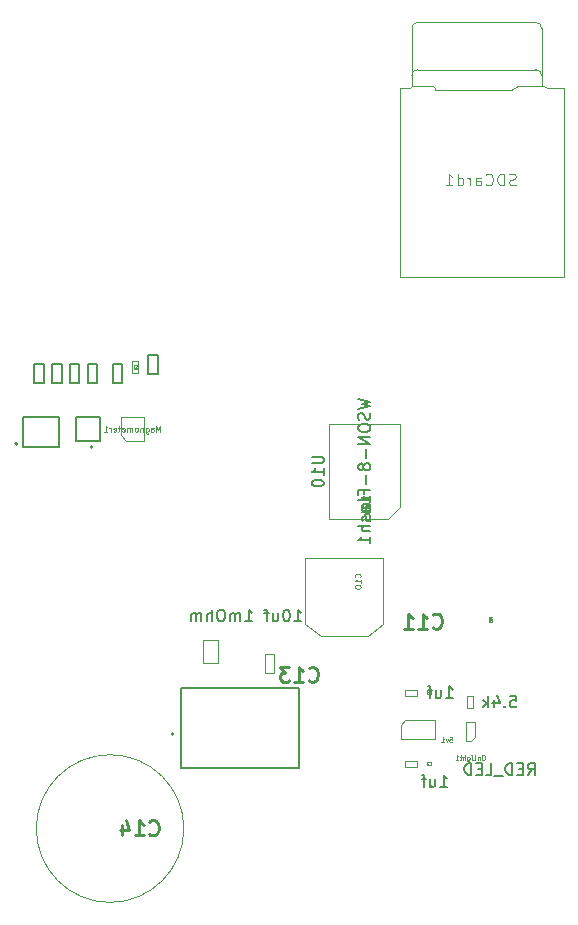
<source format=gbr>
G04 #@! TF.GenerationSoftware,KiCad,Pcbnew,9.0.3*
G04 #@! TF.CreationDate,2025-12-20T12:13:59-05:00*
G04 #@! TF.ProjectId,Experimental,45787065-7269-46d6-956e-74616c2e6b69,rev?*
G04 #@! TF.SameCoordinates,Original*
G04 #@! TF.FileFunction,AssemblyDrawing,Bot*
%FSLAX46Y46*%
G04 Gerber Fmt 4.6, Leading zero omitted, Abs format (unit mm)*
G04 Created by KiCad (PCBNEW 9.0.3) date 2025-12-20 12:13:59*
%MOMM*%
%LPD*%
G01*
G04 APERTURE LIST*
%ADD10C,0.254000*%
%ADD11C,0.150000*%
%ADD12C,0.040000*%
%ADD13C,0.080000*%
%ADD14C,0.100000*%
%ADD15C,0.060000*%
%ADD16C,0.075000*%
%ADD17C,0.127000*%
%ADD18C,0.200000*%
G04 APERTURE END LIST*
D10*
X111816428Y-114953365D02*
X111876904Y-115013842D01*
X111876904Y-115013842D02*
X112058333Y-115074318D01*
X112058333Y-115074318D02*
X112179285Y-115074318D01*
X112179285Y-115074318D02*
X112360714Y-115013842D01*
X112360714Y-115013842D02*
X112481666Y-114892889D01*
X112481666Y-114892889D02*
X112542143Y-114771937D01*
X112542143Y-114771937D02*
X112602619Y-114530032D01*
X112602619Y-114530032D02*
X112602619Y-114348603D01*
X112602619Y-114348603D02*
X112542143Y-114106699D01*
X112542143Y-114106699D02*
X112481666Y-113985746D01*
X112481666Y-113985746D02*
X112360714Y-113864794D01*
X112360714Y-113864794D02*
X112179285Y-113804318D01*
X112179285Y-113804318D02*
X112058333Y-113804318D01*
X112058333Y-113804318D02*
X111876904Y-113864794D01*
X111876904Y-113864794D02*
X111816428Y-113925270D01*
X110606904Y-115074318D02*
X111332619Y-115074318D01*
X110969762Y-115074318D02*
X110969762Y-113804318D01*
X110969762Y-113804318D02*
X111090714Y-113985746D01*
X111090714Y-113985746D02*
X111211666Y-114106699D01*
X111211666Y-114106699D02*
X111332619Y-114167175D01*
X109518333Y-114227651D02*
X109518333Y-115074318D01*
X109820714Y-113743842D02*
X110123095Y-114650984D01*
X110123095Y-114650984D02*
X109336904Y-114650984D01*
D11*
X136952381Y-103454819D02*
X137523809Y-103454819D01*
X137238095Y-103454819D02*
X137238095Y-102454819D01*
X137238095Y-102454819D02*
X137333333Y-102597676D01*
X137333333Y-102597676D02*
X137428571Y-102692914D01*
X137428571Y-102692914D02*
X137523809Y-102740533D01*
X136095238Y-102788152D02*
X136095238Y-103454819D01*
X136523809Y-102788152D02*
X136523809Y-103311961D01*
X136523809Y-103311961D02*
X136476190Y-103407200D01*
X136476190Y-103407200D02*
X136380952Y-103454819D01*
X136380952Y-103454819D02*
X136238095Y-103454819D01*
X136238095Y-103454819D02*
X136142857Y-103407200D01*
X136142857Y-103407200D02*
X136095238Y-103359580D01*
X135761904Y-102788152D02*
X135380952Y-102788152D01*
X135619047Y-103454819D02*
X135619047Y-102597676D01*
X135619047Y-102597676D02*
X135571428Y-102502438D01*
X135571428Y-102502438D02*
X135476190Y-102454819D01*
X135476190Y-102454819D02*
X135380952Y-102454819D01*
D12*
X135541666Y-103089765D02*
X135553570Y-103101670D01*
X135553570Y-103101670D02*
X135589285Y-103113574D01*
X135589285Y-103113574D02*
X135613094Y-103113574D01*
X135613094Y-103113574D02*
X135648808Y-103101670D01*
X135648808Y-103101670D02*
X135672618Y-103077860D01*
X135672618Y-103077860D02*
X135684523Y-103054050D01*
X135684523Y-103054050D02*
X135696427Y-103006431D01*
X135696427Y-103006431D02*
X135696427Y-102970717D01*
X135696427Y-102970717D02*
X135684523Y-102923098D01*
X135684523Y-102923098D02*
X135672618Y-102899289D01*
X135672618Y-102899289D02*
X135648808Y-102875479D01*
X135648808Y-102875479D02*
X135613094Y-102863574D01*
X135613094Y-102863574D02*
X135589285Y-102863574D01*
X135589285Y-102863574D02*
X135553570Y-102875479D01*
X135553570Y-102875479D02*
X135541666Y-102887384D01*
X135303570Y-103113574D02*
X135446427Y-103113574D01*
X135374999Y-103113574D02*
X135374999Y-102863574D01*
X135374999Y-102863574D02*
X135398808Y-102899289D01*
X135398808Y-102899289D02*
X135422618Y-102923098D01*
X135422618Y-102923098D02*
X135446427Y-102935003D01*
X110728165Y-75388333D02*
X110740070Y-75376429D01*
X110740070Y-75376429D02*
X110751974Y-75340714D01*
X110751974Y-75340714D02*
X110751974Y-75316905D01*
X110751974Y-75316905D02*
X110740070Y-75281191D01*
X110740070Y-75281191D02*
X110716260Y-75257381D01*
X110716260Y-75257381D02*
X110692450Y-75245476D01*
X110692450Y-75245476D02*
X110644831Y-75233572D01*
X110644831Y-75233572D02*
X110609117Y-75233572D01*
X110609117Y-75233572D02*
X110561498Y-75245476D01*
X110561498Y-75245476D02*
X110537689Y-75257381D01*
X110537689Y-75257381D02*
X110513879Y-75281191D01*
X110513879Y-75281191D02*
X110501974Y-75316905D01*
X110501974Y-75316905D02*
X110501974Y-75340714D01*
X110501974Y-75340714D02*
X110513879Y-75376429D01*
X110513879Y-75376429D02*
X110525784Y-75388333D01*
X110501974Y-75602619D02*
X110501974Y-75555000D01*
X110501974Y-75555000D02*
X110513879Y-75531191D01*
X110513879Y-75531191D02*
X110525784Y-75519286D01*
X110525784Y-75519286D02*
X110561498Y-75495476D01*
X110561498Y-75495476D02*
X110609117Y-75483572D01*
X110609117Y-75483572D02*
X110704355Y-75483572D01*
X110704355Y-75483572D02*
X110728165Y-75495476D01*
X110728165Y-75495476D02*
X110740070Y-75507381D01*
X110740070Y-75507381D02*
X110751974Y-75531191D01*
X110751974Y-75531191D02*
X110751974Y-75578810D01*
X110751974Y-75578810D02*
X110740070Y-75602619D01*
X110740070Y-75602619D02*
X110728165Y-75614524D01*
X110728165Y-75614524D02*
X110704355Y-75626429D01*
X110704355Y-75626429D02*
X110644831Y-75626429D01*
X110644831Y-75626429D02*
X110621022Y-75614524D01*
X110621022Y-75614524D02*
X110609117Y-75602619D01*
X110609117Y-75602619D02*
X110597212Y-75578810D01*
X110597212Y-75578810D02*
X110597212Y-75531191D01*
X110597212Y-75531191D02*
X110609117Y-75507381D01*
X110609117Y-75507381D02*
X110621022Y-75495476D01*
X110621022Y-75495476D02*
X110644831Y-75483572D01*
D11*
X124095238Y-96954819D02*
X124666666Y-96954819D01*
X124380952Y-96954819D02*
X124380952Y-95954819D01*
X124380952Y-95954819D02*
X124476190Y-96097676D01*
X124476190Y-96097676D02*
X124571428Y-96192914D01*
X124571428Y-96192914D02*
X124666666Y-96240533D01*
X123476190Y-95954819D02*
X123380952Y-95954819D01*
X123380952Y-95954819D02*
X123285714Y-96002438D01*
X123285714Y-96002438D02*
X123238095Y-96050057D01*
X123238095Y-96050057D02*
X123190476Y-96145295D01*
X123190476Y-96145295D02*
X123142857Y-96335771D01*
X123142857Y-96335771D02*
X123142857Y-96573866D01*
X123142857Y-96573866D02*
X123190476Y-96764342D01*
X123190476Y-96764342D02*
X123238095Y-96859580D01*
X123238095Y-96859580D02*
X123285714Y-96907200D01*
X123285714Y-96907200D02*
X123380952Y-96954819D01*
X123380952Y-96954819D02*
X123476190Y-96954819D01*
X123476190Y-96954819D02*
X123571428Y-96907200D01*
X123571428Y-96907200D02*
X123619047Y-96859580D01*
X123619047Y-96859580D02*
X123666666Y-96764342D01*
X123666666Y-96764342D02*
X123714285Y-96573866D01*
X123714285Y-96573866D02*
X123714285Y-96335771D01*
X123714285Y-96335771D02*
X123666666Y-96145295D01*
X123666666Y-96145295D02*
X123619047Y-96050057D01*
X123619047Y-96050057D02*
X123571428Y-96002438D01*
X123571428Y-96002438D02*
X123476190Y-95954819D01*
X122285714Y-96288152D02*
X122285714Y-96954819D01*
X122714285Y-96288152D02*
X122714285Y-96811961D01*
X122714285Y-96811961D02*
X122666666Y-96907200D01*
X122666666Y-96907200D02*
X122571428Y-96954819D01*
X122571428Y-96954819D02*
X122428571Y-96954819D01*
X122428571Y-96954819D02*
X122333333Y-96907200D01*
X122333333Y-96907200D02*
X122285714Y-96859580D01*
X121952380Y-96288152D02*
X121571428Y-96288152D01*
X121809523Y-96954819D02*
X121809523Y-96097676D01*
X121809523Y-96097676D02*
X121761904Y-96002438D01*
X121761904Y-96002438D02*
X121666666Y-95954819D01*
X121666666Y-95954819D02*
X121571428Y-95954819D01*
X119952380Y-96954819D02*
X120523808Y-96954819D01*
X120238094Y-96954819D02*
X120238094Y-95954819D01*
X120238094Y-95954819D02*
X120333332Y-96097676D01*
X120333332Y-96097676D02*
X120428570Y-96192914D01*
X120428570Y-96192914D02*
X120523808Y-96240533D01*
X119523808Y-96954819D02*
X119523808Y-96288152D01*
X119523808Y-96383390D02*
X119476189Y-96335771D01*
X119476189Y-96335771D02*
X119380951Y-96288152D01*
X119380951Y-96288152D02*
X119238094Y-96288152D01*
X119238094Y-96288152D02*
X119142856Y-96335771D01*
X119142856Y-96335771D02*
X119095237Y-96431009D01*
X119095237Y-96431009D02*
X119095237Y-96954819D01*
X119095237Y-96431009D02*
X119047618Y-96335771D01*
X119047618Y-96335771D02*
X118952380Y-96288152D01*
X118952380Y-96288152D02*
X118809523Y-96288152D01*
X118809523Y-96288152D02*
X118714284Y-96335771D01*
X118714284Y-96335771D02*
X118666665Y-96431009D01*
X118666665Y-96431009D02*
X118666665Y-96954819D01*
X117999999Y-95954819D02*
X117809523Y-95954819D01*
X117809523Y-95954819D02*
X117714285Y-96002438D01*
X117714285Y-96002438D02*
X117619047Y-96097676D01*
X117619047Y-96097676D02*
X117571428Y-96288152D01*
X117571428Y-96288152D02*
X117571428Y-96621485D01*
X117571428Y-96621485D02*
X117619047Y-96811961D01*
X117619047Y-96811961D02*
X117714285Y-96907200D01*
X117714285Y-96907200D02*
X117809523Y-96954819D01*
X117809523Y-96954819D02*
X117999999Y-96954819D01*
X117999999Y-96954819D02*
X118095237Y-96907200D01*
X118095237Y-96907200D02*
X118190475Y-96811961D01*
X118190475Y-96811961D02*
X118238094Y-96621485D01*
X118238094Y-96621485D02*
X118238094Y-96288152D01*
X118238094Y-96288152D02*
X118190475Y-96097676D01*
X118190475Y-96097676D02*
X118095237Y-96002438D01*
X118095237Y-96002438D02*
X117999999Y-95954819D01*
X117142856Y-96954819D02*
X117142856Y-95954819D01*
X116714285Y-96954819D02*
X116714285Y-96431009D01*
X116714285Y-96431009D02*
X116761904Y-96335771D01*
X116761904Y-96335771D02*
X116857142Y-96288152D01*
X116857142Y-96288152D02*
X116999999Y-96288152D01*
X116999999Y-96288152D02*
X117095237Y-96335771D01*
X117095237Y-96335771D02*
X117142856Y-96383390D01*
X116238094Y-96954819D02*
X116238094Y-96288152D01*
X116238094Y-96383390D02*
X116190475Y-96335771D01*
X116190475Y-96335771D02*
X116095237Y-96288152D01*
X116095237Y-96288152D02*
X115952380Y-96288152D01*
X115952380Y-96288152D02*
X115857142Y-96335771D01*
X115857142Y-96335771D02*
X115809523Y-96431009D01*
X115809523Y-96431009D02*
X115809523Y-96954819D01*
X115809523Y-96431009D02*
X115761904Y-96335771D01*
X115761904Y-96335771D02*
X115666666Y-96288152D01*
X115666666Y-96288152D02*
X115523809Y-96288152D01*
X115523809Y-96288152D02*
X115428570Y-96335771D01*
X115428570Y-96335771D02*
X115380951Y-96431009D01*
X115380951Y-96431009D02*
X115380951Y-96954819D01*
D13*
X129679530Y-93228571D02*
X129703340Y-93204762D01*
X129703340Y-93204762D02*
X129727149Y-93133333D01*
X129727149Y-93133333D02*
X129727149Y-93085714D01*
X129727149Y-93085714D02*
X129703340Y-93014286D01*
X129703340Y-93014286D02*
X129655720Y-92966667D01*
X129655720Y-92966667D02*
X129608101Y-92942857D01*
X129608101Y-92942857D02*
X129512863Y-92919048D01*
X129512863Y-92919048D02*
X129441435Y-92919048D01*
X129441435Y-92919048D02*
X129346197Y-92942857D01*
X129346197Y-92942857D02*
X129298578Y-92966667D01*
X129298578Y-92966667D02*
X129250959Y-93014286D01*
X129250959Y-93014286D02*
X129227149Y-93085714D01*
X129227149Y-93085714D02*
X129227149Y-93133333D01*
X129227149Y-93133333D02*
X129250959Y-93204762D01*
X129250959Y-93204762D02*
X129274768Y-93228571D01*
X129727149Y-93704762D02*
X129727149Y-93419048D01*
X129727149Y-93561905D02*
X129227149Y-93561905D01*
X129227149Y-93561905D02*
X129298578Y-93514286D01*
X129298578Y-93514286D02*
X129346197Y-93466667D01*
X129346197Y-93466667D02*
X129370006Y-93419048D01*
X129227149Y-94014285D02*
X129227149Y-94061904D01*
X129227149Y-94061904D02*
X129250959Y-94109523D01*
X129250959Y-94109523D02*
X129274768Y-94133333D01*
X129274768Y-94133333D02*
X129322387Y-94157142D01*
X129322387Y-94157142D02*
X129417625Y-94180952D01*
X129417625Y-94180952D02*
X129536673Y-94180952D01*
X129536673Y-94180952D02*
X129631911Y-94157142D01*
X129631911Y-94157142D02*
X129679530Y-94133333D01*
X129679530Y-94133333D02*
X129703340Y-94109523D01*
X129703340Y-94109523D02*
X129727149Y-94061904D01*
X129727149Y-94061904D02*
X129727149Y-94014285D01*
X129727149Y-94014285D02*
X129703340Y-93966666D01*
X129703340Y-93966666D02*
X129679530Y-93942857D01*
X129679530Y-93942857D02*
X129631911Y-93919047D01*
X129631911Y-93919047D02*
X129536673Y-93895238D01*
X129536673Y-93895238D02*
X129417625Y-93895238D01*
X129417625Y-93895238D02*
X129322387Y-93919047D01*
X129322387Y-93919047D02*
X129274768Y-93942857D01*
X129274768Y-93942857D02*
X129250959Y-93966666D01*
X129250959Y-93966666D02*
X129227149Y-94014285D01*
D14*
X142871190Y-59999800D02*
X142728333Y-60047419D01*
X142728333Y-60047419D02*
X142490238Y-60047419D01*
X142490238Y-60047419D02*
X142395000Y-59999800D01*
X142395000Y-59999800D02*
X142347381Y-59952180D01*
X142347381Y-59952180D02*
X142299762Y-59856942D01*
X142299762Y-59856942D02*
X142299762Y-59761704D01*
X142299762Y-59761704D02*
X142347381Y-59666466D01*
X142347381Y-59666466D02*
X142395000Y-59618847D01*
X142395000Y-59618847D02*
X142490238Y-59571228D01*
X142490238Y-59571228D02*
X142680714Y-59523609D01*
X142680714Y-59523609D02*
X142775952Y-59475990D01*
X142775952Y-59475990D02*
X142823571Y-59428371D01*
X142823571Y-59428371D02*
X142871190Y-59333133D01*
X142871190Y-59333133D02*
X142871190Y-59237895D01*
X142871190Y-59237895D02*
X142823571Y-59142657D01*
X142823571Y-59142657D02*
X142775952Y-59095038D01*
X142775952Y-59095038D02*
X142680714Y-59047419D01*
X142680714Y-59047419D02*
X142442619Y-59047419D01*
X142442619Y-59047419D02*
X142299762Y-59095038D01*
X141871190Y-60047419D02*
X141871190Y-59047419D01*
X141871190Y-59047419D02*
X141633095Y-59047419D01*
X141633095Y-59047419D02*
X141490238Y-59095038D01*
X141490238Y-59095038D02*
X141395000Y-59190276D01*
X141395000Y-59190276D02*
X141347381Y-59285514D01*
X141347381Y-59285514D02*
X141299762Y-59475990D01*
X141299762Y-59475990D02*
X141299762Y-59618847D01*
X141299762Y-59618847D02*
X141347381Y-59809323D01*
X141347381Y-59809323D02*
X141395000Y-59904561D01*
X141395000Y-59904561D02*
X141490238Y-59999800D01*
X141490238Y-59999800D02*
X141633095Y-60047419D01*
X141633095Y-60047419D02*
X141871190Y-60047419D01*
X140299762Y-59952180D02*
X140347381Y-59999800D01*
X140347381Y-59999800D02*
X140490238Y-60047419D01*
X140490238Y-60047419D02*
X140585476Y-60047419D01*
X140585476Y-60047419D02*
X140728333Y-59999800D01*
X140728333Y-59999800D02*
X140823571Y-59904561D01*
X140823571Y-59904561D02*
X140871190Y-59809323D01*
X140871190Y-59809323D02*
X140918809Y-59618847D01*
X140918809Y-59618847D02*
X140918809Y-59475990D01*
X140918809Y-59475990D02*
X140871190Y-59285514D01*
X140871190Y-59285514D02*
X140823571Y-59190276D01*
X140823571Y-59190276D02*
X140728333Y-59095038D01*
X140728333Y-59095038D02*
X140585476Y-59047419D01*
X140585476Y-59047419D02*
X140490238Y-59047419D01*
X140490238Y-59047419D02*
X140347381Y-59095038D01*
X140347381Y-59095038D02*
X140299762Y-59142657D01*
X139442619Y-60047419D02*
X139442619Y-59523609D01*
X139442619Y-59523609D02*
X139490238Y-59428371D01*
X139490238Y-59428371D02*
X139585476Y-59380752D01*
X139585476Y-59380752D02*
X139775952Y-59380752D01*
X139775952Y-59380752D02*
X139871190Y-59428371D01*
X139442619Y-59999800D02*
X139537857Y-60047419D01*
X139537857Y-60047419D02*
X139775952Y-60047419D01*
X139775952Y-60047419D02*
X139871190Y-59999800D01*
X139871190Y-59999800D02*
X139918809Y-59904561D01*
X139918809Y-59904561D02*
X139918809Y-59809323D01*
X139918809Y-59809323D02*
X139871190Y-59714085D01*
X139871190Y-59714085D02*
X139775952Y-59666466D01*
X139775952Y-59666466D02*
X139537857Y-59666466D01*
X139537857Y-59666466D02*
X139442619Y-59618847D01*
X138966428Y-60047419D02*
X138966428Y-59380752D01*
X138966428Y-59571228D02*
X138918809Y-59475990D01*
X138918809Y-59475990D02*
X138871190Y-59428371D01*
X138871190Y-59428371D02*
X138775952Y-59380752D01*
X138775952Y-59380752D02*
X138680714Y-59380752D01*
X137918809Y-60047419D02*
X137918809Y-59047419D01*
X137918809Y-59999800D02*
X138014047Y-60047419D01*
X138014047Y-60047419D02*
X138204523Y-60047419D01*
X138204523Y-60047419D02*
X138299761Y-59999800D01*
X138299761Y-59999800D02*
X138347380Y-59952180D01*
X138347380Y-59952180D02*
X138394999Y-59856942D01*
X138394999Y-59856942D02*
X138394999Y-59571228D01*
X138394999Y-59571228D02*
X138347380Y-59475990D01*
X138347380Y-59475990D02*
X138299761Y-59428371D01*
X138299761Y-59428371D02*
X138204523Y-59380752D01*
X138204523Y-59380752D02*
X138014047Y-59380752D01*
X138014047Y-59380752D02*
X137918809Y-59428371D01*
X136918809Y-60047419D02*
X137490237Y-60047419D01*
X137204523Y-60047419D02*
X137204523Y-59047419D01*
X137204523Y-59047419D02*
X137299761Y-59190276D01*
X137299761Y-59190276D02*
X137394999Y-59285514D01*
X137394999Y-59285514D02*
X137490237Y-59333133D01*
D15*
X137247618Y-106781927D02*
X137438094Y-106781927D01*
X137438094Y-106781927D02*
X137457142Y-106972403D01*
X137457142Y-106972403D02*
X137438094Y-106953356D01*
X137438094Y-106953356D02*
X137399999Y-106934308D01*
X137399999Y-106934308D02*
X137304761Y-106934308D01*
X137304761Y-106934308D02*
X137266666Y-106953356D01*
X137266666Y-106953356D02*
X137247618Y-106972403D01*
X137247618Y-106972403D02*
X137228571Y-107010499D01*
X137228571Y-107010499D02*
X137228571Y-107105737D01*
X137228571Y-107105737D02*
X137247618Y-107143832D01*
X137247618Y-107143832D02*
X137266666Y-107162880D01*
X137266666Y-107162880D02*
X137304761Y-107181927D01*
X137304761Y-107181927D02*
X137399999Y-107181927D01*
X137399999Y-107181927D02*
X137438094Y-107162880D01*
X137438094Y-107162880D02*
X137457142Y-107143832D01*
X137095238Y-106915260D02*
X137000000Y-107181927D01*
X137000000Y-107181927D02*
X136904761Y-106915260D01*
X136542857Y-107181927D02*
X136771428Y-107181927D01*
X136657142Y-107181927D02*
X136657142Y-106781927D01*
X136657142Y-106781927D02*
X136695238Y-106839070D01*
X136695238Y-106839070D02*
X136733333Y-106877165D01*
X136733333Y-106877165D02*
X136771428Y-106896213D01*
D11*
X130541697Y-86721523D02*
X130541697Y-86321322D01*
X130541697Y-86521422D02*
X129841345Y-86521422D01*
X129841345Y-86521422D02*
X129941395Y-86454722D01*
X129941395Y-86454722D02*
X130008095Y-86388022D01*
X130008095Y-86388022D02*
X130041445Y-86321322D01*
X129841345Y-87155074D02*
X129841345Y-87221775D01*
X129841345Y-87221775D02*
X129874695Y-87288475D01*
X129874695Y-87288475D02*
X129908045Y-87321825D01*
X129908045Y-87321825D02*
X129974745Y-87355175D01*
X129974745Y-87355175D02*
X130108145Y-87388525D01*
X130108145Y-87388525D02*
X130274896Y-87388525D01*
X130274896Y-87388525D02*
X130408296Y-87355175D01*
X130408296Y-87355175D02*
X130474996Y-87321825D01*
X130474996Y-87321825D02*
X130508347Y-87288475D01*
X130508347Y-87288475D02*
X130541697Y-87221775D01*
X130541697Y-87221775D02*
X130541697Y-87155074D01*
X130541697Y-87155074D02*
X130508347Y-87088374D01*
X130508347Y-87088374D02*
X130474996Y-87055024D01*
X130474996Y-87055024D02*
X130408296Y-87021674D01*
X130408296Y-87021674D02*
X130274896Y-86988324D01*
X130274896Y-86988324D02*
X130108145Y-86988324D01*
X130108145Y-86988324D02*
X129974745Y-87021674D01*
X129974745Y-87021674D02*
X129908045Y-87055024D01*
X129908045Y-87055024D02*
X129874695Y-87088374D01*
X129874695Y-87088374D02*
X129841345Y-87155074D01*
X130541697Y-87688676D02*
X129841345Y-87688676D01*
X130274896Y-87755376D02*
X130541697Y-87955477D01*
X130074795Y-87955477D02*
X130341596Y-87688676D01*
X136452381Y-110954819D02*
X137023809Y-110954819D01*
X136738095Y-110954819D02*
X136738095Y-109954819D01*
X136738095Y-109954819D02*
X136833333Y-110097676D01*
X136833333Y-110097676D02*
X136928571Y-110192914D01*
X136928571Y-110192914D02*
X137023809Y-110240533D01*
X135595238Y-110288152D02*
X135595238Y-110954819D01*
X136023809Y-110288152D02*
X136023809Y-110811961D01*
X136023809Y-110811961D02*
X135976190Y-110907200D01*
X135976190Y-110907200D02*
X135880952Y-110954819D01*
X135880952Y-110954819D02*
X135738095Y-110954819D01*
X135738095Y-110954819D02*
X135642857Y-110907200D01*
X135642857Y-110907200D02*
X135595238Y-110859580D01*
X135261904Y-110288152D02*
X134880952Y-110288152D01*
X135119047Y-110954819D02*
X135119047Y-110097676D01*
X135119047Y-110097676D02*
X135071428Y-110002438D01*
X135071428Y-110002438D02*
X134976190Y-109954819D01*
X134976190Y-109954819D02*
X134880952Y-109954819D01*
D12*
X135541666Y-109089765D02*
X135553570Y-109101670D01*
X135553570Y-109101670D02*
X135589285Y-109113574D01*
X135589285Y-109113574D02*
X135613094Y-109113574D01*
X135613094Y-109113574D02*
X135648808Y-109101670D01*
X135648808Y-109101670D02*
X135672618Y-109077860D01*
X135672618Y-109077860D02*
X135684523Y-109054050D01*
X135684523Y-109054050D02*
X135696427Y-109006431D01*
X135696427Y-109006431D02*
X135696427Y-108970717D01*
X135696427Y-108970717D02*
X135684523Y-108923098D01*
X135684523Y-108923098D02*
X135672618Y-108899289D01*
X135672618Y-108899289D02*
X135648808Y-108875479D01*
X135648808Y-108875479D02*
X135613094Y-108863574D01*
X135613094Y-108863574D02*
X135589285Y-108863574D01*
X135589285Y-108863574D02*
X135553570Y-108875479D01*
X135553570Y-108875479D02*
X135541666Y-108887384D01*
X135446427Y-108887384D02*
X135434523Y-108875479D01*
X135434523Y-108875479D02*
X135410713Y-108863574D01*
X135410713Y-108863574D02*
X135351189Y-108863574D01*
X135351189Y-108863574D02*
X135327380Y-108875479D01*
X135327380Y-108875479D02*
X135315475Y-108887384D01*
X135315475Y-108887384D02*
X135303570Y-108911193D01*
X135303570Y-108911193D02*
X135303570Y-108935003D01*
X135303570Y-108935003D02*
X135315475Y-108970717D01*
X135315475Y-108970717D02*
X135458332Y-109113574D01*
X135458332Y-109113574D02*
X135303570Y-109113574D01*
D10*
X135816428Y-97453365D02*
X135876904Y-97513842D01*
X135876904Y-97513842D02*
X136058333Y-97574318D01*
X136058333Y-97574318D02*
X136179285Y-97574318D01*
X136179285Y-97574318D02*
X136360714Y-97513842D01*
X136360714Y-97513842D02*
X136481666Y-97392889D01*
X136481666Y-97392889D02*
X136542143Y-97271937D01*
X136542143Y-97271937D02*
X136602619Y-97030032D01*
X136602619Y-97030032D02*
X136602619Y-96848603D01*
X136602619Y-96848603D02*
X136542143Y-96606699D01*
X136542143Y-96606699D02*
X136481666Y-96485746D01*
X136481666Y-96485746D02*
X136360714Y-96364794D01*
X136360714Y-96364794D02*
X136179285Y-96304318D01*
X136179285Y-96304318D02*
X136058333Y-96304318D01*
X136058333Y-96304318D02*
X135876904Y-96364794D01*
X135876904Y-96364794D02*
X135816428Y-96425270D01*
X134606904Y-97574318D02*
X135332619Y-97574318D01*
X134969762Y-97574318D02*
X134969762Y-96304318D01*
X134969762Y-96304318D02*
X135090714Y-96485746D01*
X135090714Y-96485746D02*
X135211666Y-96606699D01*
X135211666Y-96606699D02*
X135332619Y-96667175D01*
X133397380Y-97574318D02*
X134123095Y-97574318D01*
X133760238Y-97574318D02*
X133760238Y-96304318D01*
X133760238Y-96304318D02*
X133881190Y-96485746D01*
X133881190Y-96485746D02*
X134002142Y-96606699D01*
X134002142Y-96606699D02*
X134123095Y-96667175D01*
D11*
X125579819Y-83011905D02*
X126389342Y-83011905D01*
X126389342Y-83011905D02*
X126484580Y-83059524D01*
X126484580Y-83059524D02*
X126532200Y-83107143D01*
X126532200Y-83107143D02*
X126579819Y-83202381D01*
X126579819Y-83202381D02*
X126579819Y-83392857D01*
X126579819Y-83392857D02*
X126532200Y-83488095D01*
X126532200Y-83488095D02*
X126484580Y-83535714D01*
X126484580Y-83535714D02*
X126389342Y-83583333D01*
X126389342Y-83583333D02*
X125579819Y-83583333D01*
X126579819Y-84583333D02*
X126579819Y-84011905D01*
X126579819Y-84297619D02*
X125579819Y-84297619D01*
X125579819Y-84297619D02*
X125722676Y-84202381D01*
X125722676Y-84202381D02*
X125817914Y-84107143D01*
X125817914Y-84107143D02*
X125865533Y-84011905D01*
X125579819Y-85202381D02*
X125579819Y-85297619D01*
X125579819Y-85297619D02*
X125627438Y-85392857D01*
X125627438Y-85392857D02*
X125675057Y-85440476D01*
X125675057Y-85440476D02*
X125770295Y-85488095D01*
X125770295Y-85488095D02*
X125960771Y-85535714D01*
X125960771Y-85535714D02*
X126198866Y-85535714D01*
X126198866Y-85535714D02*
X126389342Y-85488095D01*
X126389342Y-85488095D02*
X126484580Y-85440476D01*
X126484580Y-85440476D02*
X126532200Y-85392857D01*
X126532200Y-85392857D02*
X126579819Y-85297619D01*
X126579819Y-85297619D02*
X126579819Y-85202381D01*
X126579819Y-85202381D02*
X126532200Y-85107143D01*
X126532200Y-85107143D02*
X126484580Y-85059524D01*
X126484580Y-85059524D02*
X126389342Y-85011905D01*
X126389342Y-85011905D02*
X126198866Y-84964286D01*
X126198866Y-84964286D02*
X125960771Y-84964286D01*
X125960771Y-84964286D02*
X125770295Y-85011905D01*
X125770295Y-85011905D02*
X125675057Y-85059524D01*
X125675057Y-85059524D02*
X125627438Y-85107143D01*
X125627438Y-85107143D02*
X125579819Y-85202381D01*
X129529819Y-78107143D02*
X130529819Y-78345238D01*
X130529819Y-78345238D02*
X129815533Y-78535714D01*
X129815533Y-78535714D02*
X130529819Y-78726190D01*
X130529819Y-78726190D02*
X129529819Y-78964286D01*
X130482200Y-79297619D02*
X130529819Y-79440476D01*
X130529819Y-79440476D02*
X130529819Y-79678571D01*
X130529819Y-79678571D02*
X130482200Y-79773809D01*
X130482200Y-79773809D02*
X130434580Y-79821428D01*
X130434580Y-79821428D02*
X130339342Y-79869047D01*
X130339342Y-79869047D02*
X130244104Y-79869047D01*
X130244104Y-79869047D02*
X130148866Y-79821428D01*
X130148866Y-79821428D02*
X130101247Y-79773809D01*
X130101247Y-79773809D02*
X130053628Y-79678571D01*
X130053628Y-79678571D02*
X130006009Y-79488095D01*
X130006009Y-79488095D02*
X129958390Y-79392857D01*
X129958390Y-79392857D02*
X129910771Y-79345238D01*
X129910771Y-79345238D02*
X129815533Y-79297619D01*
X129815533Y-79297619D02*
X129720295Y-79297619D01*
X129720295Y-79297619D02*
X129625057Y-79345238D01*
X129625057Y-79345238D02*
X129577438Y-79392857D01*
X129577438Y-79392857D02*
X129529819Y-79488095D01*
X129529819Y-79488095D02*
X129529819Y-79726190D01*
X129529819Y-79726190D02*
X129577438Y-79869047D01*
X129529819Y-80488095D02*
X129529819Y-80678571D01*
X129529819Y-80678571D02*
X129577438Y-80773809D01*
X129577438Y-80773809D02*
X129672676Y-80869047D01*
X129672676Y-80869047D02*
X129863152Y-80916666D01*
X129863152Y-80916666D02*
X130196485Y-80916666D01*
X130196485Y-80916666D02*
X130386961Y-80869047D01*
X130386961Y-80869047D02*
X130482200Y-80773809D01*
X130482200Y-80773809D02*
X130529819Y-80678571D01*
X130529819Y-80678571D02*
X130529819Y-80488095D01*
X130529819Y-80488095D02*
X130482200Y-80392857D01*
X130482200Y-80392857D02*
X130386961Y-80297619D01*
X130386961Y-80297619D02*
X130196485Y-80250000D01*
X130196485Y-80250000D02*
X129863152Y-80250000D01*
X129863152Y-80250000D02*
X129672676Y-80297619D01*
X129672676Y-80297619D02*
X129577438Y-80392857D01*
X129577438Y-80392857D02*
X129529819Y-80488095D01*
X130529819Y-81345238D02*
X129529819Y-81345238D01*
X129529819Y-81345238D02*
X130529819Y-81916666D01*
X130529819Y-81916666D02*
X129529819Y-81916666D01*
X130148866Y-82392857D02*
X130148866Y-83154762D01*
X129958390Y-83773809D02*
X129910771Y-83678571D01*
X129910771Y-83678571D02*
X129863152Y-83630952D01*
X129863152Y-83630952D02*
X129767914Y-83583333D01*
X129767914Y-83583333D02*
X129720295Y-83583333D01*
X129720295Y-83583333D02*
X129625057Y-83630952D01*
X129625057Y-83630952D02*
X129577438Y-83678571D01*
X129577438Y-83678571D02*
X129529819Y-83773809D01*
X129529819Y-83773809D02*
X129529819Y-83964285D01*
X129529819Y-83964285D02*
X129577438Y-84059523D01*
X129577438Y-84059523D02*
X129625057Y-84107142D01*
X129625057Y-84107142D02*
X129720295Y-84154761D01*
X129720295Y-84154761D02*
X129767914Y-84154761D01*
X129767914Y-84154761D02*
X129863152Y-84107142D01*
X129863152Y-84107142D02*
X129910771Y-84059523D01*
X129910771Y-84059523D02*
X129958390Y-83964285D01*
X129958390Y-83964285D02*
X129958390Y-83773809D01*
X129958390Y-83773809D02*
X130006009Y-83678571D01*
X130006009Y-83678571D02*
X130053628Y-83630952D01*
X130053628Y-83630952D02*
X130148866Y-83583333D01*
X130148866Y-83583333D02*
X130339342Y-83583333D01*
X130339342Y-83583333D02*
X130434580Y-83630952D01*
X130434580Y-83630952D02*
X130482200Y-83678571D01*
X130482200Y-83678571D02*
X130529819Y-83773809D01*
X130529819Y-83773809D02*
X130529819Y-83964285D01*
X130529819Y-83964285D02*
X130482200Y-84059523D01*
X130482200Y-84059523D02*
X130434580Y-84107142D01*
X130434580Y-84107142D02*
X130339342Y-84154761D01*
X130339342Y-84154761D02*
X130148866Y-84154761D01*
X130148866Y-84154761D02*
X130053628Y-84107142D01*
X130053628Y-84107142D02*
X130006009Y-84059523D01*
X130006009Y-84059523D02*
X129958390Y-83964285D01*
X130148866Y-84583333D02*
X130148866Y-85345238D01*
X130006009Y-86154761D02*
X130006009Y-85821428D01*
X130529819Y-85821428D02*
X129529819Y-85821428D01*
X129529819Y-85821428D02*
X129529819Y-86297618D01*
X130529819Y-86821428D02*
X130482200Y-86726190D01*
X130482200Y-86726190D02*
X130386961Y-86678571D01*
X130386961Y-86678571D02*
X129529819Y-86678571D01*
X130529819Y-87630952D02*
X130006009Y-87630952D01*
X130006009Y-87630952D02*
X129910771Y-87583333D01*
X129910771Y-87583333D02*
X129863152Y-87488095D01*
X129863152Y-87488095D02*
X129863152Y-87297619D01*
X129863152Y-87297619D02*
X129910771Y-87202381D01*
X130482200Y-87630952D02*
X130529819Y-87535714D01*
X130529819Y-87535714D02*
X130529819Y-87297619D01*
X130529819Y-87297619D02*
X130482200Y-87202381D01*
X130482200Y-87202381D02*
X130386961Y-87154762D01*
X130386961Y-87154762D02*
X130291723Y-87154762D01*
X130291723Y-87154762D02*
X130196485Y-87202381D01*
X130196485Y-87202381D02*
X130148866Y-87297619D01*
X130148866Y-87297619D02*
X130148866Y-87535714D01*
X130148866Y-87535714D02*
X130101247Y-87630952D01*
X130482200Y-88059524D02*
X130529819Y-88154762D01*
X130529819Y-88154762D02*
X130529819Y-88345238D01*
X130529819Y-88345238D02*
X130482200Y-88440476D01*
X130482200Y-88440476D02*
X130386961Y-88488095D01*
X130386961Y-88488095D02*
X130339342Y-88488095D01*
X130339342Y-88488095D02*
X130244104Y-88440476D01*
X130244104Y-88440476D02*
X130196485Y-88345238D01*
X130196485Y-88345238D02*
X130196485Y-88202381D01*
X130196485Y-88202381D02*
X130148866Y-88107143D01*
X130148866Y-88107143D02*
X130053628Y-88059524D01*
X130053628Y-88059524D02*
X130006009Y-88059524D01*
X130006009Y-88059524D02*
X129910771Y-88107143D01*
X129910771Y-88107143D02*
X129863152Y-88202381D01*
X129863152Y-88202381D02*
X129863152Y-88345238D01*
X129863152Y-88345238D02*
X129910771Y-88440476D01*
X130529819Y-88916667D02*
X129529819Y-88916667D01*
X130529819Y-89345238D02*
X130006009Y-89345238D01*
X130006009Y-89345238D02*
X129910771Y-89297619D01*
X129910771Y-89297619D02*
X129863152Y-89202381D01*
X129863152Y-89202381D02*
X129863152Y-89059524D01*
X129863152Y-89059524D02*
X129910771Y-88964286D01*
X129910771Y-88964286D02*
X129958390Y-88916667D01*
X130529819Y-90345238D02*
X130529819Y-89773810D01*
X130529819Y-90059524D02*
X129529819Y-90059524D01*
X129529819Y-90059524D02*
X129672676Y-89964286D01*
X129672676Y-89964286D02*
X129767914Y-89869048D01*
X129767914Y-89869048D02*
X129815533Y-89773810D01*
D16*
X112757447Y-80894909D02*
X112757447Y-80394909D01*
X112757447Y-80394909D02*
X112590780Y-80752052D01*
X112590780Y-80752052D02*
X112424114Y-80394909D01*
X112424114Y-80394909D02*
X112424114Y-80894909D01*
X111971732Y-80894909D02*
X111971732Y-80633004D01*
X111971732Y-80633004D02*
X111995542Y-80585385D01*
X111995542Y-80585385D02*
X112043161Y-80561576D01*
X112043161Y-80561576D02*
X112138399Y-80561576D01*
X112138399Y-80561576D02*
X112186018Y-80585385D01*
X111971732Y-80871100D02*
X112019351Y-80894909D01*
X112019351Y-80894909D02*
X112138399Y-80894909D01*
X112138399Y-80894909D02*
X112186018Y-80871100D01*
X112186018Y-80871100D02*
X112209827Y-80823480D01*
X112209827Y-80823480D02*
X112209827Y-80775861D01*
X112209827Y-80775861D02*
X112186018Y-80728242D01*
X112186018Y-80728242D02*
X112138399Y-80704433D01*
X112138399Y-80704433D02*
X112019351Y-80704433D01*
X112019351Y-80704433D02*
X111971732Y-80680623D01*
X111519351Y-80561576D02*
X111519351Y-80966338D01*
X111519351Y-80966338D02*
X111543161Y-81013957D01*
X111543161Y-81013957D02*
X111566970Y-81037766D01*
X111566970Y-81037766D02*
X111614589Y-81061576D01*
X111614589Y-81061576D02*
X111686018Y-81061576D01*
X111686018Y-81061576D02*
X111733637Y-81037766D01*
X111519351Y-80871100D02*
X111566970Y-80894909D01*
X111566970Y-80894909D02*
X111662208Y-80894909D01*
X111662208Y-80894909D02*
X111709827Y-80871100D01*
X111709827Y-80871100D02*
X111733637Y-80847290D01*
X111733637Y-80847290D02*
X111757446Y-80799671D01*
X111757446Y-80799671D02*
X111757446Y-80656814D01*
X111757446Y-80656814D02*
X111733637Y-80609195D01*
X111733637Y-80609195D02*
X111709827Y-80585385D01*
X111709827Y-80585385D02*
X111662208Y-80561576D01*
X111662208Y-80561576D02*
X111566970Y-80561576D01*
X111566970Y-80561576D02*
X111519351Y-80585385D01*
X111281256Y-80561576D02*
X111281256Y-80894909D01*
X111281256Y-80609195D02*
X111257446Y-80585385D01*
X111257446Y-80585385D02*
X111209827Y-80561576D01*
X111209827Y-80561576D02*
X111138399Y-80561576D01*
X111138399Y-80561576D02*
X111090780Y-80585385D01*
X111090780Y-80585385D02*
X111066970Y-80633004D01*
X111066970Y-80633004D02*
X111066970Y-80894909D01*
X110757446Y-80894909D02*
X110805065Y-80871100D01*
X110805065Y-80871100D02*
X110828875Y-80847290D01*
X110828875Y-80847290D02*
X110852684Y-80799671D01*
X110852684Y-80799671D02*
X110852684Y-80656814D01*
X110852684Y-80656814D02*
X110828875Y-80609195D01*
X110828875Y-80609195D02*
X110805065Y-80585385D01*
X110805065Y-80585385D02*
X110757446Y-80561576D01*
X110757446Y-80561576D02*
X110686018Y-80561576D01*
X110686018Y-80561576D02*
X110638399Y-80585385D01*
X110638399Y-80585385D02*
X110614589Y-80609195D01*
X110614589Y-80609195D02*
X110590780Y-80656814D01*
X110590780Y-80656814D02*
X110590780Y-80799671D01*
X110590780Y-80799671D02*
X110614589Y-80847290D01*
X110614589Y-80847290D02*
X110638399Y-80871100D01*
X110638399Y-80871100D02*
X110686018Y-80894909D01*
X110686018Y-80894909D02*
X110757446Y-80894909D01*
X110376494Y-80894909D02*
X110376494Y-80561576D01*
X110376494Y-80609195D02*
X110352684Y-80585385D01*
X110352684Y-80585385D02*
X110305065Y-80561576D01*
X110305065Y-80561576D02*
X110233637Y-80561576D01*
X110233637Y-80561576D02*
X110186018Y-80585385D01*
X110186018Y-80585385D02*
X110162208Y-80633004D01*
X110162208Y-80633004D02*
X110162208Y-80894909D01*
X110162208Y-80633004D02*
X110138399Y-80585385D01*
X110138399Y-80585385D02*
X110090780Y-80561576D01*
X110090780Y-80561576D02*
X110019351Y-80561576D01*
X110019351Y-80561576D02*
X109971732Y-80585385D01*
X109971732Y-80585385D02*
X109947922Y-80633004D01*
X109947922Y-80633004D02*
X109947922Y-80894909D01*
X109519351Y-80871100D02*
X109566970Y-80894909D01*
X109566970Y-80894909D02*
X109662208Y-80894909D01*
X109662208Y-80894909D02*
X109709827Y-80871100D01*
X109709827Y-80871100D02*
X109733636Y-80823480D01*
X109733636Y-80823480D02*
X109733636Y-80633004D01*
X109733636Y-80633004D02*
X109709827Y-80585385D01*
X109709827Y-80585385D02*
X109662208Y-80561576D01*
X109662208Y-80561576D02*
X109566970Y-80561576D01*
X109566970Y-80561576D02*
X109519351Y-80585385D01*
X109519351Y-80585385D02*
X109495541Y-80633004D01*
X109495541Y-80633004D02*
X109495541Y-80680623D01*
X109495541Y-80680623D02*
X109733636Y-80728242D01*
X109352684Y-80561576D02*
X109162208Y-80561576D01*
X109281256Y-80394909D02*
X109281256Y-80823480D01*
X109281256Y-80823480D02*
X109257446Y-80871100D01*
X109257446Y-80871100D02*
X109209827Y-80894909D01*
X109209827Y-80894909D02*
X109162208Y-80894909D01*
X108805066Y-80871100D02*
X108852685Y-80894909D01*
X108852685Y-80894909D02*
X108947923Y-80894909D01*
X108947923Y-80894909D02*
X108995542Y-80871100D01*
X108995542Y-80871100D02*
X109019351Y-80823480D01*
X109019351Y-80823480D02*
X109019351Y-80633004D01*
X109019351Y-80633004D02*
X108995542Y-80585385D01*
X108995542Y-80585385D02*
X108947923Y-80561576D01*
X108947923Y-80561576D02*
X108852685Y-80561576D01*
X108852685Y-80561576D02*
X108805066Y-80585385D01*
X108805066Y-80585385D02*
X108781256Y-80633004D01*
X108781256Y-80633004D02*
X108781256Y-80680623D01*
X108781256Y-80680623D02*
X109019351Y-80728242D01*
X108566971Y-80894909D02*
X108566971Y-80561576D01*
X108566971Y-80656814D02*
X108543161Y-80609195D01*
X108543161Y-80609195D02*
X108519352Y-80585385D01*
X108519352Y-80585385D02*
X108471733Y-80561576D01*
X108471733Y-80561576D02*
X108424114Y-80561576D01*
X107995542Y-80894909D02*
X108281256Y-80894909D01*
X108138399Y-80894909D02*
X108138399Y-80394909D01*
X108138399Y-80394909D02*
X108186018Y-80466338D01*
X108186018Y-80466338D02*
X108233637Y-80513957D01*
X108233637Y-80513957D02*
X108281256Y-80537766D01*
D11*
X142380952Y-103242319D02*
X142857142Y-103242319D01*
X142857142Y-103242319D02*
X142904761Y-103718509D01*
X142904761Y-103718509D02*
X142857142Y-103670890D01*
X142857142Y-103670890D02*
X142761904Y-103623271D01*
X142761904Y-103623271D02*
X142523809Y-103623271D01*
X142523809Y-103623271D02*
X142428571Y-103670890D01*
X142428571Y-103670890D02*
X142380952Y-103718509D01*
X142380952Y-103718509D02*
X142333333Y-103813747D01*
X142333333Y-103813747D02*
X142333333Y-104051842D01*
X142333333Y-104051842D02*
X142380952Y-104147080D01*
X142380952Y-104147080D02*
X142428571Y-104194700D01*
X142428571Y-104194700D02*
X142523809Y-104242319D01*
X142523809Y-104242319D02*
X142761904Y-104242319D01*
X142761904Y-104242319D02*
X142857142Y-104194700D01*
X142857142Y-104194700D02*
X142904761Y-104147080D01*
X141904761Y-104147080D02*
X141857142Y-104194700D01*
X141857142Y-104194700D02*
X141904761Y-104242319D01*
X141904761Y-104242319D02*
X141952380Y-104194700D01*
X141952380Y-104194700D02*
X141904761Y-104147080D01*
X141904761Y-104147080D02*
X141904761Y-104242319D01*
X141000000Y-103575652D02*
X141000000Y-104242319D01*
X141238095Y-103194700D02*
X141476190Y-103908985D01*
X141476190Y-103908985D02*
X140857143Y-103908985D01*
X140476190Y-104242319D02*
X140476190Y-103242319D01*
X140380952Y-103861366D02*
X140095238Y-104242319D01*
X140095238Y-103575652D02*
X140476190Y-103956604D01*
D12*
X140833400Y-96767167D02*
X140709591Y-96680500D01*
X140833400Y-96618595D02*
X140573400Y-96618595D01*
X140573400Y-96618595D02*
X140573400Y-96717643D01*
X140573400Y-96717643D02*
X140585781Y-96742405D01*
X140585781Y-96742405D02*
X140598162Y-96754786D01*
X140598162Y-96754786D02*
X140622924Y-96767167D01*
X140622924Y-96767167D02*
X140660067Y-96767167D01*
X140660067Y-96767167D02*
X140684829Y-96754786D01*
X140684829Y-96754786D02*
X140697210Y-96742405D01*
X140697210Y-96742405D02*
X140709591Y-96717643D01*
X140709591Y-96717643D02*
X140709591Y-96618595D01*
X140684829Y-96915738D02*
X140672448Y-96890976D01*
X140672448Y-96890976D02*
X140660067Y-96878595D01*
X140660067Y-96878595D02*
X140635305Y-96866214D01*
X140635305Y-96866214D02*
X140622924Y-96866214D01*
X140622924Y-96866214D02*
X140598162Y-96878595D01*
X140598162Y-96878595D02*
X140585781Y-96890976D01*
X140585781Y-96890976D02*
X140573400Y-96915738D01*
X140573400Y-96915738D02*
X140573400Y-96965262D01*
X140573400Y-96965262D02*
X140585781Y-96990024D01*
X140585781Y-96990024D02*
X140598162Y-97002405D01*
X140598162Y-97002405D02*
X140622924Y-97014786D01*
X140622924Y-97014786D02*
X140635305Y-97014786D01*
X140635305Y-97014786D02*
X140660067Y-97002405D01*
X140660067Y-97002405D02*
X140672448Y-96990024D01*
X140672448Y-96990024D02*
X140684829Y-96965262D01*
X140684829Y-96965262D02*
X140684829Y-96915738D01*
X140684829Y-96915738D02*
X140697210Y-96890976D01*
X140697210Y-96890976D02*
X140709591Y-96878595D01*
X140709591Y-96878595D02*
X140734353Y-96866214D01*
X140734353Y-96866214D02*
X140783877Y-96866214D01*
X140783877Y-96866214D02*
X140808639Y-96878595D01*
X140808639Y-96878595D02*
X140821020Y-96890976D01*
X140821020Y-96890976D02*
X140833400Y-96915738D01*
X140833400Y-96915738D02*
X140833400Y-96965262D01*
X140833400Y-96965262D02*
X140821020Y-96990024D01*
X140821020Y-96990024D02*
X140808639Y-97002405D01*
X140808639Y-97002405D02*
X140783877Y-97014786D01*
X140783877Y-97014786D02*
X140734353Y-97014786D01*
X140734353Y-97014786D02*
X140709591Y-97002405D01*
X140709591Y-97002405D02*
X140697210Y-96990024D01*
X140697210Y-96990024D02*
X140684829Y-96965262D01*
D11*
X143880952Y-109954819D02*
X144214285Y-109478628D01*
X144452380Y-109954819D02*
X144452380Y-108954819D01*
X144452380Y-108954819D02*
X144071428Y-108954819D01*
X144071428Y-108954819D02*
X143976190Y-109002438D01*
X143976190Y-109002438D02*
X143928571Y-109050057D01*
X143928571Y-109050057D02*
X143880952Y-109145295D01*
X143880952Y-109145295D02*
X143880952Y-109288152D01*
X143880952Y-109288152D02*
X143928571Y-109383390D01*
X143928571Y-109383390D02*
X143976190Y-109431009D01*
X143976190Y-109431009D02*
X144071428Y-109478628D01*
X144071428Y-109478628D02*
X144452380Y-109478628D01*
X143452380Y-109431009D02*
X143119047Y-109431009D01*
X142976190Y-109954819D02*
X143452380Y-109954819D01*
X143452380Y-109954819D02*
X143452380Y-108954819D01*
X143452380Y-108954819D02*
X142976190Y-108954819D01*
X142547618Y-109954819D02*
X142547618Y-108954819D01*
X142547618Y-108954819D02*
X142309523Y-108954819D01*
X142309523Y-108954819D02*
X142166666Y-109002438D01*
X142166666Y-109002438D02*
X142071428Y-109097676D01*
X142071428Y-109097676D02*
X142023809Y-109192914D01*
X142023809Y-109192914D02*
X141976190Y-109383390D01*
X141976190Y-109383390D02*
X141976190Y-109526247D01*
X141976190Y-109526247D02*
X142023809Y-109716723D01*
X142023809Y-109716723D02*
X142071428Y-109811961D01*
X142071428Y-109811961D02*
X142166666Y-109907200D01*
X142166666Y-109907200D02*
X142309523Y-109954819D01*
X142309523Y-109954819D02*
X142547618Y-109954819D01*
X141785714Y-110050057D02*
X141023809Y-110050057D01*
X140309523Y-109954819D02*
X140785713Y-109954819D01*
X140785713Y-109954819D02*
X140785713Y-108954819D01*
X139976189Y-109431009D02*
X139642856Y-109431009D01*
X139499999Y-109954819D02*
X139976189Y-109954819D01*
X139976189Y-109954819D02*
X139976189Y-108954819D01*
X139976189Y-108954819D02*
X139499999Y-108954819D01*
X139071427Y-109954819D02*
X139071427Y-108954819D01*
X139071427Y-108954819D02*
X138833332Y-108954819D01*
X138833332Y-108954819D02*
X138690475Y-109002438D01*
X138690475Y-109002438D02*
X138595237Y-109097676D01*
X138595237Y-109097676D02*
X138547618Y-109192914D01*
X138547618Y-109192914D02*
X138499999Y-109383390D01*
X138499999Y-109383390D02*
X138499999Y-109526247D01*
X138499999Y-109526247D02*
X138547618Y-109716723D01*
X138547618Y-109716723D02*
X138595237Y-109811961D01*
X138595237Y-109811961D02*
X138690475Y-109907200D01*
X138690475Y-109907200D02*
X138833332Y-109954819D01*
X138833332Y-109954819D02*
X139071427Y-109954819D01*
D15*
X140142857Y-108281927D02*
X140066666Y-108281927D01*
X140066666Y-108281927D02*
X140028571Y-108300975D01*
X140028571Y-108300975D02*
X139990476Y-108339070D01*
X139990476Y-108339070D02*
X139971428Y-108415260D01*
X139971428Y-108415260D02*
X139971428Y-108548594D01*
X139971428Y-108548594D02*
X139990476Y-108624784D01*
X139990476Y-108624784D02*
X140028571Y-108662880D01*
X140028571Y-108662880D02*
X140066666Y-108681927D01*
X140066666Y-108681927D02*
X140142857Y-108681927D01*
X140142857Y-108681927D02*
X140180952Y-108662880D01*
X140180952Y-108662880D02*
X140219047Y-108624784D01*
X140219047Y-108624784D02*
X140238095Y-108548594D01*
X140238095Y-108548594D02*
X140238095Y-108415260D01*
X140238095Y-108415260D02*
X140219047Y-108339070D01*
X140219047Y-108339070D02*
X140180952Y-108300975D01*
X140180952Y-108300975D02*
X140142857Y-108281927D01*
X139799999Y-108415260D02*
X139799999Y-108681927D01*
X139799999Y-108453356D02*
X139780952Y-108434308D01*
X139780952Y-108434308D02*
X139742857Y-108415260D01*
X139742857Y-108415260D02*
X139685714Y-108415260D01*
X139685714Y-108415260D02*
X139647618Y-108434308D01*
X139647618Y-108434308D02*
X139628571Y-108472403D01*
X139628571Y-108472403D02*
X139628571Y-108681927D01*
X139247618Y-108681927D02*
X139438094Y-108681927D01*
X139438094Y-108681927D02*
X139438094Y-108281927D01*
X139114284Y-108681927D02*
X139114284Y-108415260D01*
X139114284Y-108281927D02*
X139133332Y-108300975D01*
X139133332Y-108300975D02*
X139114284Y-108320022D01*
X139114284Y-108320022D02*
X139095237Y-108300975D01*
X139095237Y-108300975D02*
X139114284Y-108281927D01*
X139114284Y-108281927D02*
X139114284Y-108320022D01*
X138752380Y-108415260D02*
X138752380Y-108739070D01*
X138752380Y-108739070D02*
X138771427Y-108777165D01*
X138771427Y-108777165D02*
X138790475Y-108796213D01*
X138790475Y-108796213D02*
X138828570Y-108815260D01*
X138828570Y-108815260D02*
X138885713Y-108815260D01*
X138885713Y-108815260D02*
X138923808Y-108796213D01*
X138752380Y-108662880D02*
X138790475Y-108681927D01*
X138790475Y-108681927D02*
X138866666Y-108681927D01*
X138866666Y-108681927D02*
X138904761Y-108662880D01*
X138904761Y-108662880D02*
X138923808Y-108643832D01*
X138923808Y-108643832D02*
X138942856Y-108605737D01*
X138942856Y-108605737D02*
X138942856Y-108491451D01*
X138942856Y-108491451D02*
X138923808Y-108453356D01*
X138923808Y-108453356D02*
X138904761Y-108434308D01*
X138904761Y-108434308D02*
X138866666Y-108415260D01*
X138866666Y-108415260D02*
X138790475Y-108415260D01*
X138790475Y-108415260D02*
X138752380Y-108434308D01*
X138561903Y-108681927D02*
X138561903Y-108281927D01*
X138390475Y-108681927D02*
X138390475Y-108472403D01*
X138390475Y-108472403D02*
X138409522Y-108434308D01*
X138409522Y-108434308D02*
X138447618Y-108415260D01*
X138447618Y-108415260D02*
X138504761Y-108415260D01*
X138504761Y-108415260D02*
X138542856Y-108434308D01*
X138542856Y-108434308D02*
X138561903Y-108453356D01*
X138257141Y-108415260D02*
X138104760Y-108415260D01*
X138199998Y-108281927D02*
X138199998Y-108624784D01*
X138199998Y-108624784D02*
X138180951Y-108662880D01*
X138180951Y-108662880D02*
X138142856Y-108681927D01*
X138142856Y-108681927D02*
X138104760Y-108681927D01*
X137761904Y-108681927D02*
X137990475Y-108681927D01*
X137876189Y-108681927D02*
X137876189Y-108281927D01*
X137876189Y-108281927D02*
X137914285Y-108339070D01*
X137914285Y-108339070D02*
X137952380Y-108377165D01*
X137952380Y-108377165D02*
X137990475Y-108396213D01*
D10*
X125316428Y-101953365D02*
X125376904Y-102013842D01*
X125376904Y-102013842D02*
X125558333Y-102074318D01*
X125558333Y-102074318D02*
X125679285Y-102074318D01*
X125679285Y-102074318D02*
X125860714Y-102013842D01*
X125860714Y-102013842D02*
X125981666Y-101892889D01*
X125981666Y-101892889D02*
X126042143Y-101771937D01*
X126042143Y-101771937D02*
X126102619Y-101530032D01*
X126102619Y-101530032D02*
X126102619Y-101348603D01*
X126102619Y-101348603D02*
X126042143Y-101106699D01*
X126042143Y-101106699D02*
X125981666Y-100985746D01*
X125981666Y-100985746D02*
X125860714Y-100864794D01*
X125860714Y-100864794D02*
X125679285Y-100804318D01*
X125679285Y-100804318D02*
X125558333Y-100804318D01*
X125558333Y-100804318D02*
X125376904Y-100864794D01*
X125376904Y-100864794D02*
X125316428Y-100925270D01*
X124106904Y-102074318D02*
X124832619Y-102074318D01*
X124469762Y-102074318D02*
X124469762Y-100804318D01*
X124469762Y-100804318D02*
X124590714Y-100985746D01*
X124590714Y-100985746D02*
X124711666Y-101106699D01*
X124711666Y-101106699D02*
X124832619Y-101167175D01*
X123683571Y-100804318D02*
X122897380Y-100804318D01*
X122897380Y-100804318D02*
X123320714Y-101288127D01*
X123320714Y-101288127D02*
X123139285Y-101288127D01*
X123139285Y-101288127D02*
X123018333Y-101348603D01*
X123018333Y-101348603D02*
X122957857Y-101409080D01*
X122957857Y-101409080D02*
X122897380Y-101530032D01*
X122897380Y-101530032D02*
X122897380Y-101832413D01*
X122897380Y-101832413D02*
X122957857Y-101953365D01*
X122957857Y-101953365D02*
X123018333Y-102013842D01*
X123018333Y-102013842D02*
X123139285Y-102074318D01*
X123139285Y-102074318D02*
X123502142Y-102074318D01*
X123502142Y-102074318D02*
X123623095Y-102013842D01*
X123623095Y-102013842D02*
X123683571Y-101953365D01*
D17*
X101088400Y-82230000D02*
X104188400Y-82230000D01*
X104188400Y-82230000D02*
X104188400Y-79630000D01*
X104188400Y-79630000D02*
X101088400Y-79630000D01*
X101088400Y-79630000D02*
X101088400Y-82230000D01*
D18*
X100648400Y-81925000D02*
G75*
G02*
X100448400Y-81925000I-100000J0D01*
G01*
X100448400Y-81925000D02*
G75*
G02*
X100648400Y-81925000I100000J0D01*
G01*
D14*
X114750000Y-114500000D02*
G75*
G02*
X102250000Y-114500000I-6250000J0D01*
G01*
X102250000Y-114500000D02*
G75*
G02*
X114750000Y-114500000I6250000J0D01*
G01*
X134500000Y-102750000D02*
X133500000Y-102750000D01*
X134500000Y-103250000D02*
X134500000Y-102750000D01*
X133500000Y-102750000D02*
X133500000Y-103250000D01*
X133500000Y-103250000D02*
X134500000Y-103250000D01*
D17*
X107400000Y-76800000D02*
X107400000Y-75200000D01*
X107400000Y-75200000D02*
X106600000Y-75200000D01*
X106600000Y-75200000D02*
X106600000Y-76800000D01*
X106600000Y-76800000D02*
X107400000Y-76800000D01*
X109538400Y-76800000D02*
X109538400Y-75200000D01*
X109538400Y-75200000D02*
X108738400Y-75200000D01*
X108738400Y-75200000D02*
X108738400Y-76800000D01*
X108738400Y-76800000D02*
X109538400Y-76800000D01*
X112538400Y-75990000D02*
X112538400Y-74390000D01*
X112538400Y-74390000D02*
X111738400Y-74390000D01*
X111738400Y-74390000D02*
X111738400Y-75990000D01*
X111738400Y-75990000D02*
X112538400Y-75990000D01*
D14*
X110888400Y-75930000D02*
X110888400Y-74930000D01*
X110388400Y-75930000D02*
X110888400Y-75930000D01*
X110888400Y-74930000D02*
X110388400Y-74930000D01*
X110388400Y-74930000D02*
X110388400Y-75930000D01*
D17*
X105608400Y-79650000D02*
X105608400Y-81710000D01*
X105608400Y-81710000D02*
X107668400Y-81710000D01*
X107668400Y-81710000D02*
X107668400Y-79650000D01*
X107668400Y-79650000D02*
X105608400Y-79650000D01*
D18*
X107038400Y-82180000D02*
G75*
G02*
X106838400Y-82180000I-100000J0D01*
G01*
X106838400Y-82180000D02*
G75*
G02*
X107038400Y-82180000I100000J0D01*
G01*
D14*
X116375000Y-98500000D02*
X116375000Y-100500000D01*
X117625000Y-98500000D02*
X116375000Y-98500000D01*
X116375000Y-100500000D02*
X117625000Y-100500000D01*
X117625000Y-100500000D02*
X117625000Y-98500000D01*
D17*
X103600000Y-75200000D02*
X103600000Y-76800000D01*
X103600000Y-76800000D02*
X104400000Y-76800000D01*
X104400000Y-76800000D02*
X104400000Y-75200000D01*
X104400000Y-75200000D02*
X103600000Y-75200000D01*
D14*
X133045000Y-51840000D02*
X133045000Y-67790000D01*
X133855000Y-51840000D02*
X133045000Y-51840000D01*
X134045000Y-51640000D02*
X134045000Y-46740000D01*
X134055000Y-51640000D02*
X133855000Y-51840000D01*
X134545000Y-50240000D02*
X144545000Y-50240000D01*
X134545000Y-46240000D02*
X144545000Y-46240000D01*
X135855000Y-51640000D02*
X134055000Y-51640000D01*
X136055000Y-51840000D02*
X135855000Y-51640000D01*
X136055000Y-51840000D02*
X136055000Y-51990000D01*
X142480000Y-51990000D02*
X136055000Y-51990000D01*
X143005000Y-51640000D02*
X142480000Y-51990000D01*
X145045000Y-46740000D02*
X145045000Y-51640000D01*
X145255000Y-51640000D02*
X143005000Y-51640000D01*
X145255000Y-51640000D02*
X145455000Y-51840000D01*
X145455000Y-51840000D02*
X146895000Y-51840000D01*
X146895000Y-67790000D02*
X133045000Y-67790000D01*
X146895000Y-51840000D02*
X146895000Y-67790000D01*
X134045000Y-50740000D02*
G75*
G02*
X134545000Y-50240000I500001J-1D01*
G01*
X134045000Y-46740000D02*
G75*
G02*
X134545000Y-46240000I500001J-1D01*
G01*
X144545000Y-50240000D02*
G75*
G02*
X145045000Y-50740000I0J-500000D01*
G01*
X144545000Y-46240000D02*
G75*
G02*
X145045000Y-46740000I0J-500000D01*
G01*
D17*
X114500000Y-109340000D02*
X114500000Y-102610000D01*
X114500000Y-102610000D02*
X124500000Y-102610000D01*
X124500000Y-102610000D02*
X124500000Y-109340000D01*
X124500000Y-109340000D02*
X114500000Y-109340000D01*
D18*
X113885000Y-106500000D02*
G75*
G02*
X113685000Y-106500000I-100000J0D01*
G01*
X113685000Y-106500000D02*
G75*
G02*
X113885000Y-106500000I100000J0D01*
G01*
D14*
X133500000Y-105337500D02*
X133100000Y-105737500D01*
X136000000Y-105337500D02*
X133500000Y-105337500D01*
X133100000Y-105737500D02*
X133100000Y-106937500D01*
X133100000Y-106937500D02*
X136000000Y-106937500D01*
X136000000Y-106937500D02*
X136000000Y-105337500D01*
D17*
X105900000Y-76800000D02*
X105900000Y-75200000D01*
X105900000Y-75200000D02*
X105100000Y-75200000D01*
X105100000Y-75200000D02*
X105100000Y-76800000D01*
X105100000Y-76800000D02*
X105900000Y-76800000D01*
D14*
X134500000Y-108750000D02*
X133500000Y-108750000D01*
X134500000Y-109250000D02*
X134500000Y-108750000D01*
X133500000Y-108750000D02*
X133500000Y-109250000D01*
X133500000Y-109250000D02*
X134500000Y-109250000D01*
X130325000Y-98195000D02*
X126325000Y-98195000D01*
X126325000Y-98195000D02*
X126325000Y-98195000D01*
X126325000Y-98195000D02*
X130325000Y-98195000D01*
X130325000Y-98195000D02*
X130325000Y-98195000D01*
X126325000Y-98195000D02*
X125025000Y-97145000D01*
X125025000Y-97145000D02*
X125025000Y-91595000D01*
X125025000Y-91595000D02*
X131625000Y-91595000D01*
X131625000Y-91595000D02*
X131625000Y-97145000D01*
X131625000Y-97145000D02*
X130325000Y-98195000D01*
X133075000Y-87250000D02*
X132075000Y-88250000D01*
X127075000Y-88250000D01*
X127075000Y-80250000D01*
X133075000Y-80250000D01*
X133075000Y-87250000D01*
X109388400Y-81167500D02*
X109888400Y-81667500D01*
X109388400Y-79667500D02*
X109388400Y-81167500D01*
X109888400Y-81667500D02*
X111388400Y-81667500D01*
X111388400Y-81667500D02*
X111388400Y-79667500D01*
X111388400Y-79667500D02*
X109388400Y-79667500D01*
X138730000Y-103262500D02*
X138730000Y-104312500D01*
X139270000Y-103262500D02*
X138730000Y-103262500D01*
X138730000Y-104312500D02*
X139270000Y-104312500D01*
X139270000Y-104312500D02*
X139270000Y-103262500D01*
X139100000Y-107087500D02*
X138600000Y-107087500D01*
X138600000Y-107087500D02*
X138600000Y-105487500D01*
X139400000Y-106787500D02*
X139100000Y-107087500D01*
X139400000Y-105487500D02*
X139400000Y-106787500D01*
X138600000Y-105487500D02*
X139400000Y-105487500D01*
D17*
X102100000Y-75200000D02*
X102100000Y-76800000D01*
X102100000Y-76800000D02*
X102900000Y-76800000D01*
X102900000Y-76800000D02*
X102900000Y-75200000D01*
X102900000Y-75200000D02*
X102100000Y-75200000D01*
D14*
X121600000Y-99700000D02*
X121600000Y-101300000D01*
X121600000Y-101300000D02*
X122400000Y-101300000D01*
X122400000Y-101300000D02*
X122400000Y-99700000D01*
X122400000Y-99700000D02*
X121600000Y-99700000D01*
M02*

</source>
